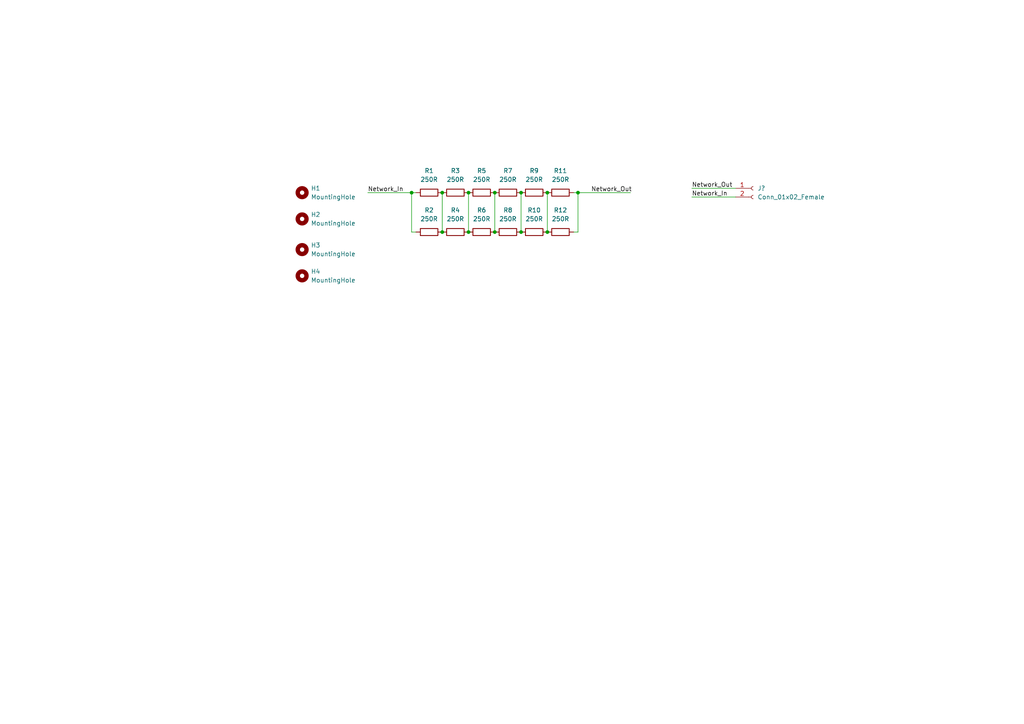
<source format=kicad_sch>
(kicad_sch (version 20211123) (generator eeschema)
  (paper "A4")
  (lib_symbols
    (symbol "Connector:Conn_01x02_Female" (pin_names (offset 1.016) hide)
      (property "Reference" "J" (at 0 2.54 0))
      (property "Value" "Conn_01x02_Female" (at 0 -5.08 0))
      (symbol "Conn_01x02_Female_1_1"
        (arc (start 0 -2.032) (mid -0.508 -2.54) (end 0 -3.048) (stroke (width 0.1524)))
        (polyline (pts (xy -1.27 -2.54) (xy -0.508 -2.54)) (stroke (width 0.1524)))
        (polyline (pts (xy -1.27 0) (xy -0.508 0)) (stroke (width 0.1524)))
        (arc (start 0 0.508) (mid -0.508 0) (end 0 -0.508) (stroke (width 0.1524)))
        (pin passive line (at -5.08 0 0) (length 3.81) (name "Pin_1") (number "1"))
        (pin passive line (at -5.08 -2.54 0) (length 3.81) (name "Pin_2") (number "2"))
      )
    )
    (symbol "Device:R" (pin_numbers hide) (pin_names (offset 0))
      (property "Reference" "R" (at 2.032 0 90))
      (property "Value" "R" (at 0 0 90))
      (symbol "R_0_1"
        (rectangle (start -1.016 -2.54) (end 1.016 2.54) (stroke (width 0.254)))
      )
      (symbol "R_1_1"
        (pin passive line (at 0 3.81 270) (length 1.27) (name "~") (number "1"))
        (pin passive line (at 0 -3.81 90) (length 1.27) (name "~") (number "2"))
      )
    )
    (symbol "Mechanical:MountingHole" (pin_names (offset 1.016))
      (property "Reference" "H" (at 0 5.08 0))
      (property "Value" "MountingHole" (at 0 3.175 0))
      (symbol "MountingHole_0_1"
        (circle (center 0 0) (radius 1.27) (stroke (width 1.27)))
      )
    )
  )
  (junction (at 119.38 55.88))
  (junction (at 143.51 67.31))
  (junction (at 135.89 55.88))
  (junction (at 151.13 67.31))
  (junction (at 135.89 67.31))
  (junction (at 128.27 67.31))
  (junction (at 158.75 55.88))
  (junction (at 158.75 67.31))
  (junction (at 143.51 55.88))
  (junction (at 151.13 55.88))
  (junction (at 128.27 55.88))
  (junction (at 167.64 55.88))
  (wire (pts (xy 166.37 55.88) (xy 167.64 55.88)))
  (wire (pts (xy 200.66 54.61) (xy 213.36 54.61)))
  (wire (pts (xy 167.64 67.31) (xy 167.64 55.88)))
  (wire (pts (xy 166.37 67.31) (xy 167.64 67.31)))
  (wire (pts (xy 158.75 55.88) (xy 158.75 67.31)))
  (wire (pts (xy 135.89 55.88) (xy 135.89 67.31)))
  (wire (pts (xy 151.13 55.88) (xy 151.13 67.31)))
  (wire (pts (xy 167.64 55.88) (xy 182.88 55.88)))
  (wire (pts (xy 200.66 57.15) (xy 213.36 57.15)))
  (wire (pts (xy 119.38 55.88) (xy 120.65 55.88)))
  (wire (pts (xy 119.38 55.88) (xy 119.38 67.31)))
  (wire (pts (xy 106.68 55.88) (xy 119.38 55.88)))
  (wire (pts (xy 128.27 55.88) (xy 128.27 67.31)))
  (wire (pts (xy 143.51 55.88) (xy 143.51 67.31)))
  (wire (pts (xy 120.65 67.31) (xy 119.38 67.31)))
  (label "Network_In" (at 200.66 57.15 0))
  (label "Network_Out" (at 171.45 55.88 0))
  (label "Network_Out" (at 200.66 54.61 0))
  (label "Network_In" (at 106.68 55.88 0))
  (symbol (lib_id "Device:R") (at 154.94 67.31 270) (unit 1)
    (property "Reference" "R10" (at 154.94 60.96 90))
    (property "Value" "250R" (at 154.94 63.5 90))
    (property "Footprint" "Package_TO_SOT_SMD:TO-263-2_TabPin1" (effects hide))
    (property "Datasheet" "https://www.mouser.com/datasheet/2/54/pwr263s_35-778069.pdf" (effects hide))
    (property "Supplier" "https://www.mouser.com/ProductDetail/Bourns/PWR263S-35-2500JE?qs=sGAEpiMZZMvdGkrng054t5pkUyYKZPd90uZAEeQNmXo%3D" (effects hide))
    (property "Part #" "PWR263S-35-2500JE" (effects hide))
    (property "Manufacturer" "Bourns" (effects hide))
  )
  (symbol (lib_id "Mechanical:MountingHole") (at 87.63 80.01 0) (unit 1)
    (property "Reference" "H4" (at 90.17 78.7399 0) (effects (justify left)))
    (property "Value" "MountingHole" (at 90.17 81.2799 0) (effects (justify left)))
    (property "Footprint" "MountingHole:MountingHole_4.3mm_M4" (effects hide))
  )
  (symbol (lib_id "Device:R") (at 124.46 55.88 270) (unit 1)
    (property "Reference" "R1" (at 124.46 49.53 90))
    (property "Value" "250R" (at 124.46 52.07 90))
    (property "Footprint" "Package_TO_SOT_SMD:TO-263-2_TabPin1" (effects hide))
    (property "Datasheet" "https://www.mouser.com/datasheet/2/54/pwr263s_35-778069.pdf" (effects hide))
    (property "Supplier" "https://www.mouser.com/ProductDetail/Bourns/PWR263S-35-2500JE?qs=sGAEpiMZZMvdGkrng054t5pkUyYKZPd90uZAEeQNmXo%3D" (effects hide))
    (property "Part #" "PWR263S-35-2500JE" (effects hide))
    (property "Manufacturer" "Bourns" (effects hide))
  )
  (symbol (lib_id "Device:R") (at 147.32 55.88 270) (unit 1)
    (property "Reference" "R7" (at 147.32 49.53 90))
    (property "Value" "250R" (at 147.32 52.07 90))
    (property "Footprint" "Package_TO_SOT_SMD:TO-263-2_TabPin1" (effects hide))
    (property "Datasheet" "https://www.mouser.com/datasheet/2/54/pwr263s_35-778069.pdf" (effects hide))
    (property "Supplier" "https://www.mouser.com/ProductDetail/Bourns/PWR263S-35-2500JE?qs=sGAEpiMZZMvdGkrng054t5pkUyYKZPd90uZAEeQNmXo%3D" (effects hide))
    (property "Part #" "PWR263S-35-2500JE" (effects hide))
    (property "Manufacturer" "Bourns" (effects hide))
  )
  (symbol (lib_id "Mechanical:MountingHole") (at 87.63 55.88 0) (unit 1)
    (property "Reference" "H1" (at 90.17 54.6099 0) (effects (justify left)))
    (property "Value" "MountingHole" (at 90.17 57.1499 0) (effects (justify left)))
    (property "Footprint" "MountingHole:MountingHole_4.3mm_M4" (effects hide))
  )
  (symbol (lib_id "Device:R") (at 162.56 55.88 270) (unit 1)
    (property "Reference" "R11" (at 162.56 49.53 90))
    (property "Value" "250R" (at 162.56 52.07 90))
    (property "Footprint" "Package_TO_SOT_SMD:TO-263-2_TabPin1" (effects hide))
    (property "Datasheet" "https://www.mouser.com/datasheet/2/54/pwr263s_35-778069.pdf" (effects hide))
    (property "Supplier" "https://www.mouser.com/ProductDetail/Bourns/PWR263S-35-2500JE?qs=sGAEpiMZZMvdGkrng054t5pkUyYKZPd90uZAEeQNmXo%3D" (effects hide))
    (property "Part #" "PWR263S-35-2500JE" (effects hide))
    (property "Manufacturer" "Bourns" (effects hide))
  )
  (symbol (lib_id "Device:R") (at 132.08 55.88 270) (unit 1)
    (property "Reference" "R3" (at 132.08 49.53 90))
    (property "Value" "250R" (at 132.08 52.07 90))
    (property "Footprint" "Package_TO_SOT_SMD:TO-263-2_TabPin1" (effects hide))
    (property "Datasheet" "https://www.mouser.com/datasheet/2/54/pwr263s_35-778069.pdf" (effects hide))
    (property "Supplier" "https://www.mouser.com/ProductDetail/Bourns/PWR263S-35-2500JE?qs=sGAEpiMZZMvdGkrng054t5pkUyYKZPd90uZAEeQNmXo%3D" (effects hide))
    (property "Part #" "PWR263S-35-2500JE" (effects hide))
    (property "Manufacturer" "Bourns" (effects hide))
  )
  (symbol (lib_id "Device:R") (at 139.7 55.88 270) (unit 1)
    (property "Reference" "R5" (at 139.7 49.53 90))
    (property "Value" "250R" (at 139.7 52.07 90))
    (property "Footprint" "Package_TO_SOT_SMD:TO-263-2_TabPin1" (effects hide))
    (property "Datasheet" "https://www.mouser.com/datasheet/2/54/pwr263s_35-778069.pdf" (effects hide))
    (property "Supplier" "https://www.mouser.com/ProductDetail/Bourns/PWR263S-35-2500JE?qs=sGAEpiMZZMvdGkrng054t5pkUyYKZPd90uZAEeQNmXo%3D" (effects hide))
    (property "Part #" "PWR263S-35-2500JE" (effects hide))
    (property "Manufacturer" "Bourns" (effects hide))
  )
  (symbol (lib_id "Device:R") (at 132.08 67.31 270) (unit 1)
    (property "Reference" "R4" (at 132.08 60.96 90))
    (property "Value" "250R" (at 132.08 63.5 90))
    (property "Footprint" "Package_TO_SOT_SMD:TO-263-2_TabPin1" (effects hide))
    (property "Datasheet" "https://www.mouser.com/datasheet/2/54/pwr263s_35-778069.pdf" (effects hide))
    (property "Supplier" "https://www.mouser.com/ProductDetail/Bourns/PWR263S-35-2500JE?qs=sGAEpiMZZMvdGkrng054t5pkUyYKZPd90uZAEeQNmXo%3D" (effects hide))
    (property "Part #" "PWR263S-35-2500JE" (effects hide))
    (property "Manufacturer" "Bourns" (effects hide))
  )
  (symbol (lib_id "Device:R") (at 154.94 55.88 270) (unit 1)
    (property "Reference" "R9" (at 154.94 49.53 90))
    (property "Value" "250R" (at 154.94 52.07 90))
    (property "Footprint" "Package_TO_SOT_SMD:TO-263-2_TabPin1" (effects hide))
    (property "Datasheet" "https://www.mouser.com/datasheet/2/54/pwr263s_35-778069.pdf" (effects hide))
    (property "Supplier" "https://www.mouser.com/ProductDetail/Bourns/PWR263S-35-2500JE?qs=sGAEpiMZZMvdGkrng054t5pkUyYKZPd90uZAEeQNmXo%3D" (effects hide))
    (property "Part #" "PWR263S-35-2500JE" (effects hide))
    (property "Manufacturer" "Bourns" (effects hide))
  )
  (symbol (lib_id "Mechanical:MountingHole") (at 87.63 72.39 0) (unit 1)
    (property "Reference" "H3" (at 90.17 71.1199 0) (effects (justify left)))
    (property "Value" "MountingHole" (at 90.17 73.6599 0) (effects (justify left)))
    (property "Footprint" "MountingHole:MountingHole_4.3mm_M4" (effects hide))
  )
  (symbol (lib_id "Device:R") (at 162.56 67.31 270) (unit 1)
    (property "Reference" "R12" (at 162.56 60.96 90))
    (property "Value" "250R" (at 162.56 63.5 90))
    (property "Footprint" "Package_TO_SOT_SMD:TO-263-2_TabPin1" (effects hide))
    (property "Datasheet" "https://www.mouser.com/datasheet/2/54/pwr263s_35-778069.pdf" (effects hide))
    (property "Supplier" "https://www.mouser.com/ProductDetail/Bourns/PWR263S-35-2500JE?qs=sGAEpiMZZMvdGkrng054t5pkUyYKZPd90uZAEeQNmXo%3D" (effects hide))
    (property "Part #" "PWR263S-35-2500JE" (effects hide))
    (property "Manufacturer" "Bourns" (effects hide))
  )
  (symbol (lib_id "Device:R") (at 124.46 67.31 270) (unit 1)
    (property "Reference" "R2" (at 124.46 60.96 90))
    (property "Value" "250R" (at 124.46 63.5 90))
    (property "Footprint" "Package_TO_SOT_SMD:TO-263-2_TabPin1" (effects hide))
    (property "Datasheet" "https://www.mouser.com/datasheet/2/54/pwr263s_35-778069.pdf" (effects hide))
    (property "Supplier" "https://www.mouser.com/ProductDetail/Bourns/PWR263S-35-2500JE?qs=sGAEpiMZZMvdGkrng054t5pkUyYKZPd90uZAEeQNmXo%3D" (effects hide))
    (property "Part #" "PWR263S-35-2500JE" (effects hide))
    (property "Manufacturer" "Bourns" (effects hide))
  )
  (symbol (lib_id "Device:R") (at 139.7 67.31 270) (unit 1)
    (property "Reference" "R6" (at 139.7 60.96 90))
    (property "Value" "250R" (at 139.7 63.5 90))
    (property "Footprint" "Package_TO_SOT_SMD:TO-263-2_TabPin1" (effects hide))
    (property "Datasheet" "https://www.mouser.com/datasheet/2/54/pwr263s_35-778069.pdf" (effects hide))
    (property "Supplier" "https://www.mouser.com/ProductDetail/Bourns/PWR263S-35-2500JE?qs=sGAEpiMZZMvdGkrng054t5pkUyYKZPd90uZAEeQNmXo%3D" (effects hide))
    (property "Part #" "PWR263S-35-2500JE" (effects hide))
    (property "Manufacturer" "Bourns" (effects hide))
  )
  (symbol (lib_id "Connector:Conn_01x02_Female") (at 218.44 54.61 0) (unit 1)
    (property "Reference" "J?" (at 219.71 54.6099 0) (effects (justify left)))
    (property "Value" "Conn_01x02_Female" (at 219.71 57.1499 0) (effects (justify left)))
  )
  (symbol (lib_id "Mechanical:MountingHole") (at 87.63 63.5 0) (unit 1)
    (property "Reference" "H2" (at 90.17 62.2299 0) (effects (justify left)))
    (property "Value" "MountingHole" (at 90.17 64.7699 0) (effects (justify left)))
    (property "Footprint" "MountingHole:MountingHole_4.3mm_M4" (effects hide))
  )
  (symbol (lib_id "Device:R") (at 147.32 67.31 270) (unit 1)
    (property "Reference" "R8" (at 147.32 60.96 90))
    (property "Value" "250R" (at 147.32 63.5 90))
    (property "Footprint" "Package_TO_SOT_SMD:TO-263-2_TabPin1" (effects hide))
    (property "Datasheet" "https://www.mouser.com/datasheet/2/54/pwr263s_35-778069.pdf" (effects hide))
    (property "Supplier" "https://www.mouser.com/ProductDetail/Bourns/PWR263S-35-2500JE?qs=sGAEpiMZZMvdGkrng054t5pkUyYKZPd90uZAEeQNmXo%3D" (effects hide))
    (property "Part #" "PWR263S-35-2500JE" (effects hide))
    (property "Manufacturer" "Bourns" (effects hide))
  )
)
</source>
